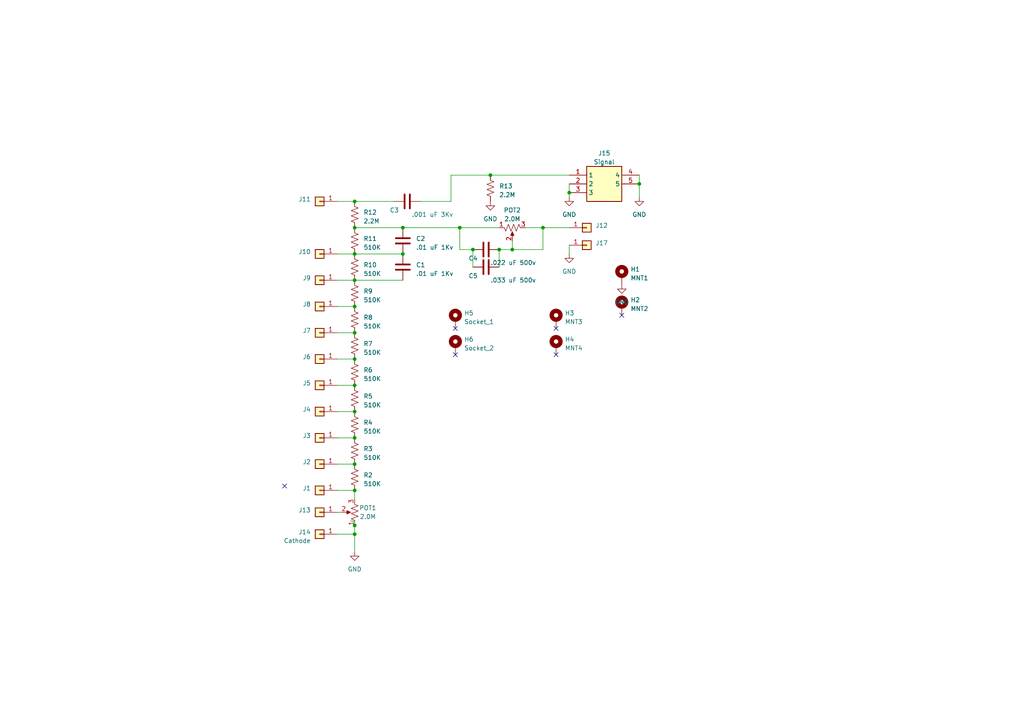
<source format=kicad_sch>
(kicad_sch (version 20230121) (generator eeschema)
  (paper "A4")
  (lib_symbols
    (symbol "Connector_Generic:Conn_01x01" (pin_names (offset 1.016) hide)
      (property "Reference" "J" (at 0 2.54 0))
      (property "Value" "Conn_01x01" (at 0 -2.54 0))
      (symbol "Conn_01x01_1_1"
        (rectangle (start -1.27 0.127) (end 0 -0.127) (stroke (width 0.1524)))
        (rectangle (start -1.27 1.27) (end 1.27 -1.27) (stroke (width 0.254)) (fill (type background)))
        (pin passive line (at -5.08 0 0) (length 3.81) (name "Pin_1") (number "1"))
      )
    )
    (symbol "Device:C" (pin_numbers hide) (pin_names (offset 0.254))
      (property "Reference" "C" (at 0.635 2.54 0))
      (property "Value" "C" (at 0.635 -2.54 0))
      (symbol "C_0_1"
        (polyline (pts (xy -2.032 -0.762) (xy 2.032 -0.762)) (stroke (width 0.508)))
        (polyline (pts (xy -2.032 0.762) (xy 2.032 0.762)) (stroke (width 0.508)))
      )
      (symbol "C_1_1"
        (pin passive line (at 0 3.81 270) (length 2.794) (name "~") (number "1"))
        (pin passive line (at 0 -3.81 90) (length 2.794) (name "~") (number "2"))
      )
    )
    (symbol "Device:R_Potentiometer_US" (pin_names (offset 1.016) hide)
      (property "Reference" "RV" (at -4.445 0 90))
      (property "Value" "R_Potentiometer_US" (at -2.54 0 90))
      (symbol "R_Potentiometer_US_0_1"
        (polyline (pts (xy 0 -2.286) (xy 0 -2.54)))
        (polyline (pts (xy 0 2.54) (xy 0 2.286)))
        (polyline (pts (xy 2.54 0) (xy 1.524 0)))
        (polyline (pts (xy 1.143 0) (xy 2.286 0.508) (xy 2.286 -0.508) (xy 1.143 0)) (fill (type outline)))
        (polyline (pts (xy 0 -0.762) (xy 1.016 -1.143) (xy 0 -1.524) (xy -1.016 -1.905) (xy 0 -2.286)))
        (polyline (pts (xy 0 0.762) (xy 1.016 0.381) (xy 0 0) (xy -1.016 -0.381) (xy 0 -0.762)))
        (polyline (pts (xy 0 2.286) (xy 1.016 1.905) (xy 0 1.524) (xy -1.016 1.143) (xy 0 0.762)))
      )
      (symbol "R_Potentiometer_US_1_1"
        (pin passive line (at 0 3.81 270) (length 1.27) (name "1") (number "1"))
        (pin passive line (at 3.81 0 180) (length 1.27) (name "2") (number "2"))
        (pin passive line (at 0 -3.81 90) (length 1.27) (name "3") (number "3"))
      )
    )
    (symbol "Device:R_US" (pin_numbers hide) (pin_names (offset 0))
      (property "Reference" "R" (at 2.54 0 90))
      (property "Value" "R_US" (at -2.54 0 90))
      (symbol "R_US_0_1"
        (polyline (pts (xy 0 -2.286) (xy 0 -2.54)))
        (polyline (pts (xy 0 2.286) (xy 0 2.54)))
        (polyline (pts (xy 0 -0.762) (xy 1.016 -1.143) (xy 0 -1.524) (xy -1.016 -1.905) (xy 0 -2.286)))
        (polyline (pts (xy 0 0.762) (xy 1.016 0.381) (xy 0 0) (xy -1.016 -0.381) (xy 0 -0.762)))
        (polyline (pts (xy 0 2.286) (xy 1.016 1.905) (xy 0 1.524) (xy -1.016 1.143) (xy 0 0.762)))
      )
      (symbol "R_US_1_1"
        (pin passive line (at 0 3.81 270) (length 1.27) (name "~") (number "1"))
        (pin passive line (at 0 -3.81 90) (length 1.27) (name "~") (number "2"))
      )
    )
    (symbol "Mechanical:MountingHole_Pad" (pin_numbers hide) (pin_names (offset 1.016) hide)
      (property "Reference" "H" (at 0 6.35 0))
      (property "Value" "MountingHole_Pad" (at 0 4.445 0))
      (symbol "MountingHole_Pad_0_1"
        (circle (center 0 1.27) (radius 1.27) (stroke (width 1.27)))
      )
      (symbol "MountingHole_Pad_1_1"
        (pin input line (at 0 -2.54 90) (length 2.54) (name "1") (number "1"))
      )
    )
    (symbol "SamacSys_Parts:SMA_CONNECTOR"
      (property "Reference" "J" (at 16.51 7.62 0))
      (property "Value" "SMA_CONNECTOR" (at 16.51 5.08 0))
      (symbol "SMA_CONNECTOR_1_1"
        (rectangle (start 5.08 2.54) (end 15.24 -7.62) (stroke (width 0.254)) (fill (type background)))
        (pin passive line (at 0 0 0) (length 5.08) (name "1") (number "1"))
        (pin passive line (at 0 -2.54 0) (length 5.08) (name "2") (number "2"))
        (pin passive line (at 0 -5.08 0) (length 5.08) (name "3") (number "3"))
        (pin passive line (at 20.32 0 180) (length 5.08) (name "4") (number "4"))
        (pin passive line (at 20.32 -2.54 180) (length 5.08) (name "5") (number "5"))
      )
    )
    (symbol "power:GND" (power) (pin_names (offset 0))
      (property "Value" "GND" (at 0 -3.81 0))
      (symbol "GND_0_1"
        (polyline (pts (xy 0 0) (xy 0 -1.27) (xy 1.27 -1.27) (xy 0 -2.54) (xy -1.27 -1.27) (xy 0 -1.27)))
      )
      (symbol "GND_1_1"
        (pin power_in line (at 0 0 270) (length 0) hide (name "GND") (number "1"))
      )
    )
  )
  (junction (at 116.84 73.66))
  (junction (at 102.87 81.28))
  (junction (at 157.48 66.04))
  (junction (at 133.35 66.04))
  (junction (at 102.87 88.9))
  (junction (at 102.87 127))
  (junction (at 142.24 50.8))
  (junction (at 137.16 72.39))
  (junction (at 102.87 104.14))
  (junction (at 102.87 66.04))
  (junction (at 102.87 134.62))
  (junction (at 102.87 73.66))
  (junction (at 144.78 72.39))
  (junction (at 102.87 96.52))
  (junction (at 116.84 66.04))
  (junction (at 185.42 53.34))
  (junction (at 102.87 154.94))
  (junction (at 102.87 119.38))
  (junction (at 102.87 142.24))
  (junction (at 102.87 58.42))
  (junction (at 148.59 72.39))
  (junction (at 102.87 152.4))
  (junction (at 102.87 111.76))
  (junction (at 165.1 55.88))
  (no_connect (at 132.08 95.25))
  (no_connect (at 132.08 102.87))
  (no_connect (at 161.29 102.87))
  (no_connect (at 161.29 95.25))
  (no_connect (at 82.55 140.97))
  (no_connect (at 180.34 91.44))
  (wire (pts (xy 102.87 144.78) (xy 102.87 142.24)))
  (wire (pts (xy 97.79 88.9) (xy 102.87 88.9)))
  (wire (pts (xy 97.79 104.14) (xy 102.87 104.14)))
  (wire (pts (xy 133.35 72.39) (xy 133.35 66.04)))
  (wire (pts (xy 116.84 66.04) (xy 133.35 66.04)))
  (wire (pts (xy 97.79 58.42) (xy 102.87 58.42)))
  (wire (pts (xy 97.79 142.24) (xy 102.87 142.24)))
  (wire (pts (xy 137.16 72.39) (xy 137.16 77.47)))
  (wire (pts (xy 148.59 72.39) (xy 148.59 69.85)))
  (wire (pts (xy 130.81 50.8) (xy 142.24 50.8)))
  (wire (pts (xy 97.79 96.52) (xy 102.87 96.52)))
  (wire (pts (xy 102.87 160.02) (xy 102.87 154.94)))
  (wire (pts (xy 142.24 50.8) (xy 165.1 50.8)))
  (wire (pts (xy 97.79 154.94) (xy 102.87 154.94)))
  (wire (pts (xy 97.79 148.59) (xy 99.06 148.59)))
  (wire (pts (xy 148.59 72.39) (xy 157.48 72.39)))
  (wire (pts (xy 133.35 66.04) (xy 144.78 66.04)))
  (wire (pts (xy 102.87 81.28) (xy 116.84 81.28)))
  (wire (pts (xy 102.87 58.42) (xy 114.3 58.42)))
  (wire (pts (xy 152.4 66.04) (xy 157.48 66.04)))
  (wire (pts (xy 97.79 127) (xy 102.87 127)))
  (wire (pts (xy 144.78 72.39) (xy 148.59 72.39)))
  (wire (pts (xy 157.48 66.04) (xy 165.1 66.04)))
  (wire (pts (xy 157.48 66.04) (xy 157.48 72.39)))
  (wire (pts (xy 185.42 50.8) (xy 185.42 53.34)))
  (wire (pts (xy 130.81 58.42) (xy 130.81 50.8)))
  (wire (pts (xy 102.87 154.94) (xy 102.87 152.4)))
  (wire (pts (xy 144.78 72.39) (xy 144.78 77.47)))
  (wire (pts (xy 165.1 53.34) (xy 165.1 55.88)))
  (wire (pts (xy 97.79 134.62) (xy 102.87 134.62)))
  (wire (pts (xy 102.87 152.4) (xy 102.87 151.13)))
  (wire (pts (xy 97.79 111.76) (xy 102.87 111.76)))
  (wire (pts (xy 102.87 66.04) (xy 116.84 66.04)))
  (wire (pts (xy 121.92 58.42) (xy 130.81 58.42)))
  (wire (pts (xy 102.87 73.66) (xy 116.84 73.66)))
  (wire (pts (xy 165.1 55.88) (xy 165.1 57.15)))
  (wire (pts (xy 97.79 81.28) (xy 102.87 81.28)))
  (wire (pts (xy 97.79 73.66) (xy 102.87 73.66)))
  (wire (pts (xy 185.42 53.34) (xy 185.42 57.15)))
  (wire (pts (xy 101.6 151.13) (xy 102.87 151.13)))
  (wire (pts (xy 97.79 119.38) (xy 102.87 119.38)))
  (wire (pts (xy 137.16 72.39) (xy 133.35 72.39)))
  (wire (pts (xy 165.1 73.66) (xy 165.1 71.12)))
  (symbol (lib_id "Device:R_US") (at 102.87 92.71 0) (unit 1)
    (property "Reference" "R8" (at 105.41 92.075 0) (effects (justify left)))
    (property "Value" "510K" (at 105.41 94.615 0) (effects (justify left)))
    (property "Footprint" "Resistor_SMD:R_0805_2012Metric" (effects hide))
    (property "Manufacturer_Part_Number" "ERJ-P06F5103V" (effects hide))
  )
  (symbol (lib_id "Device:R_US") (at 142.24 54.61 0) (unit 1)
    (property "Reference" "R13" (at 144.78 53.975 0) (effects (justify left)))
    (property "Value" "2.2M" (at 144.78 56.515 0) (effects (justify left)))
    (property "Footprint" "Resistor_SMD:R_2512_6332Metric" (effects hide))
    (property "Manufacturer_Part_Number" "CHV2512-FX-2204ELF" (effects hide))
  )
  (symbol (lib_id "Connector_Generic:Conn_01x01") (at 92.71 96.52 0) (mirror y) (unit 1)
    (property "Reference" "J7" (at 90.17 95.885 0) (effects (justify left)))
    (property "Value" "Dynode 7" (effects hide))
    (property "Footprint" "Connector_Wire:SolderWire-1.5sqmm_1x01_D1.7mm_OD3.9mm" (effects hide))
  )
  (symbol (lib_id "Connector_Generic:Conn_01x01") (at 92.71 142.24 0) (mirror y) (unit 1)
    (property "Reference" "J1" (at 90.17 141.605 0) (effects (justify left)))
    (property "Value" "Dynode 1" (effects hide))
    (property "Footprint" "Connector_Wire:SolderWire-1.5sqmm_1x01_D1.7mm_OD3.9mm" (effects hide))
  )
  (symbol (lib_id "Device:C") (at 116.84 77.47 0) (unit 1)
    (property "Reference" "C1" (at 120.65 76.835 0) (effects (justify left)))
    (property "Value" ".01 uF 1Kv" (at 120.65 79.375 0) (effects (justify left)))
    (property "Footprint" "Capacitor_SMD:C_1206_3216Metric" (effects hide))
    (property "Manufacturer_Part_Number" "1206B103M102CT" (effects hide))
  )
  (symbol (lib_id "Connector_Generic:Conn_01x01") (at 92.71 148.59 0) (mirror y) (unit 1)
    (property "Reference" "J13" (at 90.17 147.955 0) (effects (justify left)))
    (property "Value" "Focus" (effects hide))
    (property "Footprint" "Connector_Wire:SolderWire-1.5sqmm_1x01_D1.7mm_OD3.9mm" (effects hide))
  )
  (symbol (lib_id "Mechanical:MountingHole_Pad") (at 132.08 100.33 0) (unit 1)
    (property "Reference" "H6" (at 134.62 98.425 0) (effects (justify left)))
    (property "Value" "Socket_2" (at 134.62 100.965 0) (effects (justify left)))
    (property "Footprint" "MountingHole:MountingHole_3mm_Pad_Via" (effects hide))
  )
  (symbol (lib_id "Connector_Generic:Conn_01x01") (at 92.71 88.9 0) (mirror y) (unit 1)
    (property "Reference" "J8" (at 90.17 88.265 0) (effects (justify left)))
    (property "Value" "Dynode 8" (effects hide))
    (property "Footprint" "Connector_Wire:SolderWire-1.5sqmm_1x01_D1.7mm_OD3.9mm" (effects hide))
  )
  (symbol (lib_id "Connector_Generic:Conn_01x01") (at 92.71 134.62 0) (mirror y) (unit 1)
    (property "Reference" "J2" (at 90.17 133.985 0) (effects (justify left)))
    (property "Value" "Dynode 2" (effects hide))
    (property "Footprint" "Connector_Wire:SolderWire-1.5sqmm_1x01_D1.7mm_OD3.9mm" (effects hide))
  )
  (symbol (lib_id "Device:R_Potentiometer_US") (at 148.59 66.04 90) (mirror x) (unit 1)
    (property "Reference" "POT2" (at 148.59 60.96 90))
    (property "Value" "2.0M" (at 148.59 63.5 90))
    (property "Footprint" "3006P-1-202:TRIM_3006P-1-202" (effects hide))
    (property "Manufacturer_Part_Number" "3006P-1-205LF" (effects hide))
  )
  (symbol (lib_id "power:GND") (at 102.87 160.02 0) (unit 1)
    (property "Reference" "#PWR01" (effects hide))
    (property "Value" "GND" (at 102.87 165.1 0))
  )
  (symbol (lib_id "Connector_Generic:Conn_01x01") (at 92.71 81.28 0) (mirror y) (unit 1)
    (property "Reference" "J9" (at 90.17 80.645 0) (effects (justify left)))
    (property "Value" "Dynode 9" (effects hide))
    (property "Footprint" "Connector_Wire:SolderWire-1.5sqmm_1x01_D1.7mm_OD3.9mm" (effects hide))
  )
  (symbol (lib_id "Connector_Generic:Conn_01x01") (at 170.18 66.04 0) (unit 1)
    (property "Reference" "J12" (at 172.72 65.405 0) (effects (justify left)))
    (property "Value" "Pin1" (effects hide))
    (property "Footprint" "Connector_Wire:SolderWire-1.5sqmm_1x01_D1.7mm_OD3.9mm" (effects hide))
  )
  (symbol (lib_id "Device:C") (at 140.97 72.39 270) (unit 1)
    (property "Reference" "C4" (at 135.89 74.93 90) (effects (justify left)))
    (property "Value" ".022 uF 500v" (at 142.24 76.2 90) (effects (justify left)))
    (property "Footprint" "Capacitor_SMD:C_1206_3216Metric" (effects hide))
    (property "Manufacturer_Part_Number" "CL31B223KHHNNNE" (effects hide))
  )
  (symbol (lib_id "Mechanical:MountingHole_Pad") (at 161.29 92.71 0) (unit 1)
    (property "Reference" "H3" (at 163.83 90.805 0) (effects (justify left)))
    (property "Value" "MNT3" (at 163.83 93.345 0) (effects (justify left)))
    (property "Footprint" "MountingHole:MountingHole_2.2mm_M2_Pad_Via" (effects hide))
  )
  (symbol (lib_id "power:GND") (at 165.1 73.66 0) (unit 1)
    (property "Reference" "#PWR02" (effects hide))
    (property "Value" "GND" (at 165.1 78.74 0))
  )
  (symbol (lib_id "Device:C") (at 118.11 58.42 270) (unit 1)
    (property "Reference" "C3" (at 113.03 60.96 90) (effects (justify left)))
    (property "Value" ".001 uF 3Kv" (at 119.38 62.23 90) (effects (justify left)))
    (property "Footprint" "Capacitor_SMD:C_1812_4532Metric" (effects hide))
    (property "Manufacturer_Part_Number" "C1812C102KHRACTU" (effects hide))
  )
  (symbol (lib_id "Connector_Generic:Conn_01x01") (at 92.71 154.94 0) (mirror y) (unit 1)
    (property "Reference" "J14" (at 90.17 154.305 0) (effects (justify left)))
    (property "Value" "Cathode" (at 90.17 156.845 0) (effects (justify left)))
    (property "Footprint" "Connector_Wire:SolderWire-1.5sqmm_1x01_D1.7mm_OD3.9mm" (effects hide))
  )
  (symbol (lib_id "power:GND") (at 142.24 58.42 0) (unit 1)
    (property "Reference" "#PWR04" (effects hide))
    (property "Value" "GND" (at 142.24 63.5 0))
  )
  (symbol (lib_id "Device:R_US") (at 102.87 77.47 0) (unit 1)
    (property "Reference" "R10" (at 105.41 76.835 0) (effects (justify left)))
    (property "Value" "510K" (at 105.41 79.375 0) (effects (justify left)))
    (property "Footprint" "Resistor_SMD:R_0805_2012Metric" (effects hide))
    (property "Manufacturer_Part_Number" "ERJ-P06F5103V" (effects hide))
  )
  (symbol (lib_id "Device:R_US") (at 102.87 107.95 0) (unit 1)
    (property "Reference" "R6" (at 105.41 107.315 0) (effects (justify left)))
    (property "Value" "510K" (at 105.41 109.855 0) (effects (justify left)))
    (property "Footprint" "Resistor_SMD:R_0805_2012Metric" (effects hide))
    (property "Manufacturer_Part_Number" "ERJ-P06F5103V" (effects hide))
  )
  (symbol (lib_id "Device:R_US") (at 102.87 123.19 0) (unit 1)
    (property "Reference" "R4" (at 105.41 122.555 0) (effects (justify left)))
    (property "Value" "510K" (at 105.41 125.095 0) (effects (justify left)))
    (property "Footprint" "Resistor_SMD:R_0805_2012Metric" (effects hide))
    (property "Manufacturer_Part_Number" "ERJ-P06F5103V" (effects hide))
  )
  (symbol (lib_id "Device:R_US") (at 102.87 69.85 0) (unit 1)
    (property "Reference" "R11" (at 105.41 69.215 0) (effects (justify left)))
    (property "Value" "510K" (at 105.41 71.755 0) (effects (justify left)))
    (property "Footprint" "Resistor_SMD:R_0805_2012Metric" (effects hide))
    (property "Manufacturer_Part_Number" "ERJ-P06F5103V" (effects hide))
  )
  (symbol (lib_id "Device:R_US") (at 102.87 115.57 0) (unit 1)
    (property "Reference" "R5" (at 105.41 114.935 0) (effects (justify left)))
    (property "Value" "510K" (at 105.41 117.475 0) (effects (justify left)))
    (property "Footprint" "Resistor_SMD:R_0805_2012Metric" (effects hide))
    (property "Manufacturer_Part_Number" "ERJ-P06F5103V" (effects hide))
  )
  (symbol (lib_id "Connector_Generic:Conn_01x01") (at 92.71 127 0) (mirror y) (unit 1)
    (property "Reference" "J3" (at 90.17 126.365 0) (effects (justify left)))
    (property "Value" "Dynode 3" (effects hide))
    (property "Footprint" "Connector_Wire:SolderWire-1.5sqmm_1x01_D1.7mm_OD3.9mm" (effects hide))
  )
  (symbol (lib_id "Device:C") (at 116.84 69.85 0) (unit 1)
    (property "Reference" "C2" (at 120.65 69.215 0) (effects (justify left)))
    (property "Value" ".01 uF 1Kv" (at 120.65 71.755 0) (effects (justify left)))
    (property "Footprint" "Capacitor_SMD:C_1206_3216Metric" (effects hide))
    (property "Manufacturer_Part_Number" "1206B103M102CT" (effects hide))
  )
  (symbol (lib_id "Connector_Generic:Conn_01x01") (at 92.71 73.66 0) (mirror y) (unit 1)
    (property "Reference" "J10" (at 90.17 73.025 0) (effects (justify left)))
    (property "Value" "Dynode 10" (effects hide))
    (property "Footprint" "Connector_Wire:SolderWire-1.5sqmm_1x01_D1.7mm_OD3.9mm" (effects hide))
  )
  (symbol (lib_id "Device:C") (at 140.97 77.47 270) (unit 1)
    (property "Reference" "C5" (at 135.89 80.01 90) (effects (justify left)))
    (property "Value" ".033 uF 500v" (at 142.24 81.28 90) (effects (justify left)))
    (property "Footprint" "Capacitor_SMD:C_1206_3216Metric" (effects hide))
    (property "Manufacturer_Part_Number" "CL31B333KHHSFNE" (effects hide))
  )
  (symbol (lib_id "Connector_Generic:Conn_01x01") (at 92.71 58.42 0) (mirror y) (unit 1)
    (property "Reference" "J11" (at 90.17 57.785 0) (effects (justify left)))
    (property "Value" "Anode" (effects hide))
    (property "Footprint" "Connector_Wire:SolderWire-1.5sqmm_1x01_D1.7mm_OD3.9mm" (effects hide))
  )
  (symbol (lib_id "Mechanical:MountingHole_Pad") (at 161.29 100.33 0) (unit 1)
    (property "Reference" "H4" (at 163.83 98.425 0) (effects (justify left)))
    (property "Value" "MNT4" (at 163.83 100.965 0) (effects (justify left)))
    (property "Footprint" "MountingHole:MountingHole_2.2mm_M2_Pad_Via" (effects hide))
  )
  (symbol (lib_id "Device:R_US") (at 102.87 85.09 0) (unit 1)
    (property "Reference" "R9" (at 105.41 84.455 0) (effects (justify left)))
    (property "Value" "510K" (at 105.41 86.995 0) (effects (justify left)))
    (property "Footprint" "Resistor_SMD:R_0805_2012Metric" (effects hide))
    (property "Manufacturer_Part_Number" "ERJ-P06F5103V" (effects hide))
  )
  (symbol (lib_id "Connector_Generic:Conn_01x01") (at 92.71 111.76 0) (mirror y) (unit 1)
    (property "Reference" "J5" (at 90.17 111.125 0) (effects (justify left)))
    (property "Value" "Dynode 5" (effects hide))
    (property "Footprint" "Connector_Wire:SolderWire-1.5sqmm_1x01_D1.7mm_OD3.9mm" (effects hide))
  )
  (symbol (lib_id "power:GND") (at 165.1 57.15 0) (unit 1)
    (property "Reference" "#PWR03" (effects hide))
    (property "Value" "GND" (at 165.1 62.23 0))
  )
  (symbol (lib_id "Mechanical:MountingHole_Pad") (at 180.34 88.9 0) (unit 1)
    (property "Reference" "H2" (at 182.88 86.995 0) (effects (justify left)))
    (property "Value" "MNT2" (at 182.88 89.535 0) (effects (justify left)))
    (property "Footprint" "MountingHole:MountingHole_2.2mm_M2_Pad_Via" (effects hide))
  )
  (symbol (lib_id "power:GND") (at 180.34 82.55 0) (unit 1)
    (property "Reference" "#PWR07" (effects hide))
    (property "Value" "GND" (at 180.34 87.63 0))
  )
  (symbol (lib_id "Connector_Generic:Conn_01x01") (at 92.71 119.38 0) (mirror y) (unit 1)
    (property "Reference" "J4" (at 90.17 118.745 0) (effects (justify left)))
    (property "Value" "Dynode 4" (effects hide))
    (property "Footprint" "Connector_Wire:SolderWire-1.5sqmm_1x01_D1.7mm_OD3.9mm" (effects hide))
  )
  (symbol (lib_id "Device:R_Potentiometer_US") (at 102.87 148.59 180) (unit 1)
    (property "Reference" "POT1" (at 106.68 147.32 0))
    (property "Value" "2.0M" (at 106.68 149.86 0))
    (property "Footprint" "3006P-1-202:TRIM_3006P-1-202" (effects hide))
    (property "Manufacturer_Part_Number" "3006P-1-205LF" (effects hide))
  )
  (symbol (lib_id "Connector_Generic:Conn_01x01") (at 170.18 71.12 0) (unit 1)
    (property "Reference" "J17" (at 172.72 70.485 0) (effects (justify left)))
    (property "Value" "GND" (effects hide))
    (property "Footprint" "Connector_Wire:SolderWire-1.5sqmm_1x01_D1.7mm_OD3.9mm" (effects hide))
  )
  (symbol (lib_id "Device:R_US") (at 102.87 100.33 0) (unit 1)
    (property "Reference" "R7" (at 105.41 99.695 0) (effects (justify left)))
    (property "Value" "510K" (at 105.41 102.235 0) (effects (justify left)))
    (property "Footprint" "Resistor_SMD:R_0805_2012Metric" (effects hide))
    (property "Manufacturer_Part_Number" "ERJ-P06F5103V" (effects hide))
  )
  (symbol (lib_id "Connector_Generic:Conn_01x01") (at 92.71 104.14 0) (mirror y) (unit 1)
    (property "Reference" "J6" (at 90.17 103.505 0) (effects (justify left)))
    (property "Value" "Dynode 6" (effects hide))
    (property "Footprint" "Connector_Wire:SolderWire-1.5sqmm_1x01_D1.7mm_OD3.9mm" (effects hide))
  )
  (symbol (lib_id "SamacSys_Parts:SMA_CONNECTOR") (at 165.1 50.8 0) (unit 1)
    (property "Reference" "J15" (at 175.26 44.45 0))
    (property "Value" "Signal" (at 175.26 46.99 0))
    (property "Footprint" "SamacSys_Parts2:SMACONNECTOR_LPRS" (effects hide))
    (property "Datasheet" "https://lprs.co.uk/assets/files/downloads/smaconnector-datasheet-v1.3.pdf" (effects hide))
    (property "Height" "8.3" (effects hide))
    (property "Mouser Part Number" "471-SMACONNECTOR" (effects hide))
    (property "Mouser Price/Stock" "https://www.mouser.co.uk/ProductDetail/LPRS/SMA-CONNECTOR?qs=j%252B1pi9TdxUYkOiITvzJM8A%3D%3D" (effects hide))
    (property "Manufacturer_Name" "LPRS" (effects hide))
    (property "Manufacturer_Part_Number" "SMA CONNECTOR" (effects hide))
  )
  (symbol (lib_id "Device:R_US") (at 102.87 138.43 0) (unit 1)
    (property "Reference" "R2" (at 105.41 137.795 0) (effects (justify left)))
    (property "Value" "510K" (at 105.41 140.335 0) (effects (justify left)))
    (property "Footprint" "Resistor_SMD:R_0805_2012Metric" (effects hide))
    (property "Manufacturer_Part_Number" "ERJ-P06F5103V" (effects hide))
  )
  (symbol (lib_id "power:GND") (at 185.42 57.15 0) (unit 1)
    (property "Reference" "#PWR05" (effects hide))
    (property "Value" "GND" (at 185.42 62.23 0))
  )
  (symbol (lib_id "Device:R_US") (at 102.87 62.23 0) (unit 1)
    (property "Reference" "R12" (at 105.41 61.595 0) (effects (justify left)))
    (property "Value" "2.2M" (at 105.41 64.135 0) (effects (justify left)))
    (property "Footprint" "Resistor_SMD:R_2512_6332Metric" (effects hide))
    (property "Manufacturer_Part_Number" "CHV2512-FX-2204ELF" (effects hide))
  )
  (symbol (lib_id "Device:R_US") (at 102.87 130.81 0) (unit 1)
    (property "Reference" "R3" (at 105.41 130.175 0) (effects (justify left)))
    (property "Value" "510K" (at 105.41 132.715 0) (effects (justify left)))
    (property "Footprint" "Resistor_SMD:R_0805_2012Metric" (effects hide))
    (property "Manufacturer_Part_Number" "ERJ-P06F5103V" (effects hide))
  )
  (symbol (lib_id "Mechanical:MountingHole_Pad") (at 180.34 80.01 0) (unit 1)
    (property "Reference" "H1" (at 182.88 78.105 0) (effects (justify left)))
    (property "Value" "MNT1" (at 182.88 80.645 0) (effects (justify left)))
    (property "Footprint" "MountingHole:MountingHole_2.2mm_M2_Pad_Via" (effects hide))
  )
  (symbol (lib_id "Mechanical:MountingHole_Pad") (at 132.08 92.71 0) (unit 1)
    (property "Reference" "H5" (at 134.62 90.805 0) (effects (justify left)))
    (property "Value" "Socket_1" (at 134.62 93.345 0) (effects (justify left)))
    (property "Footprint" "MountingHole:MountingHole_3mm_Pad_Via" (effects hide))
  )
)
</source>
